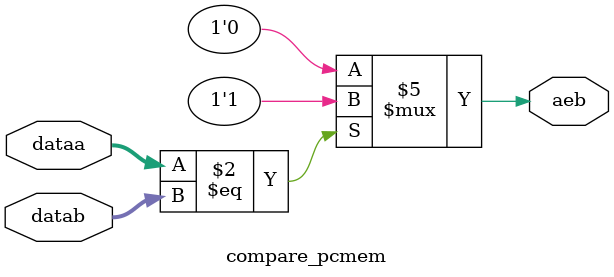
<source format=v>
`timescale 1 ps / 1 ps
module compare_pcmem (
	dataa,
	datab,
	aeb);

	input	[31:0]  dataa;
	input	[31:0]  datab;
	output	reg  aeb;

initial begin
	aeb<=1;
end
always @ ( * ) begin
	if (dataa==datab) begin
		aeb<=1;
	end
	else
		begin
		aeb<=0;
		end
end
endmodule

</source>
